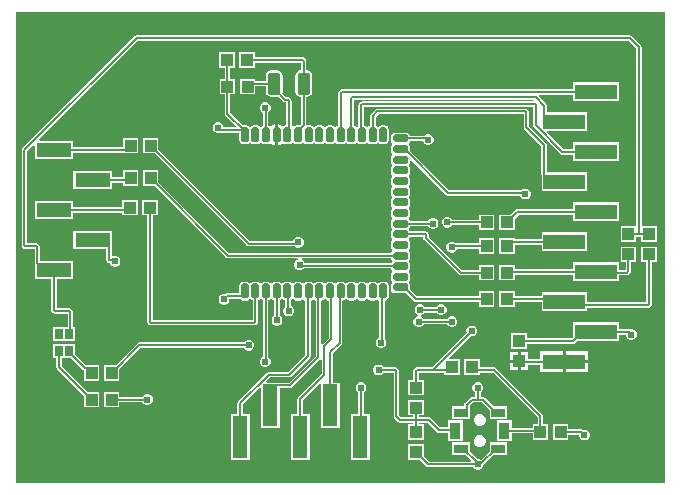
<source format=gtl>
G04*
G04 #@! TF.GenerationSoftware,Altium Limited,Altium Designer,22.9.1 (49)*
G04*
G04 Layer_Physical_Order=1*
G04 Layer_Color=255*
%FSLAX44Y44*%
%MOMM*%
G71*
G04*
G04 #@! TF.SameCoordinates,EB67C6D0-91D5-4CF3-8B5F-14A5E2A69FE3*
G04*
G04*
G04 #@! TF.FilePolarity,Positive*
G04*
G01*
G75*
G04:AMPARAMS|DCode=11|XSize=1.27mm|YSize=0.61mm|CornerRadius=0.1525mm|HoleSize=0mm|Usage=FLASHONLY|Rotation=270.000|XOffset=0mm|YOffset=0mm|HoleType=Round|Shape=RoundedRectangle|*
%AMROUNDEDRECTD11*
21,1,1.2700,0.3050,0,0,270.0*
21,1,0.9650,0.6100,0,0,270.0*
1,1,0.3050,-0.1525,-0.4825*
1,1,0.3050,-0.1525,0.4825*
1,1,0.3050,0.1525,0.4825*
1,1,0.3050,0.1525,-0.4825*
%
%ADD11ROUNDEDRECTD11*%
G04:AMPARAMS|DCode=12|XSize=1.27mm|YSize=0.61mm|CornerRadius=0.1525mm|HoleSize=0mm|Usage=FLASHONLY|Rotation=0.000|XOffset=0mm|YOffset=0mm|HoleType=Round|Shape=RoundedRectangle|*
%AMROUNDEDRECTD12*
21,1,1.2700,0.3050,0,0,0.0*
21,1,0.9650,0.6100,0,0,0.0*
1,1,0.3050,0.4825,-0.1525*
1,1,0.3050,-0.4825,-0.1525*
1,1,0.3050,-0.4825,0.1525*
1,1,0.3050,0.4825,0.1525*
%
%ADD12ROUNDEDRECTD12*%
%ADD13R,1.0000X1.0000*%
%ADD14R,1.0000X1.0000*%
%ADD15R,3.5600X1.2700*%
%ADD16R,3.5600X1.2700*%
%ADD17R,0.9500X1.4000*%
%ADD18R,1.1500X0.7500*%
%ADD19R,1.2700X3.5600*%
%ADD20R,1.2700X3.5600*%
G04:AMPARAMS|DCode=21|XSize=1.1mm|YSize=1.9mm|CornerRadius=0.275mm|HoleSize=0mm|Usage=FLASHONLY|Rotation=0.000|XOffset=0mm|YOffset=0mm|HoleType=Round|Shape=RoundedRectangle|*
%AMROUNDEDRECTD21*
21,1,1.1000,1.3500,0,0,0.0*
21,1,0.5500,1.9000,0,0,0.0*
1,1,0.5500,0.2750,-0.6750*
1,1,0.5500,-0.2750,-0.6750*
1,1,0.5500,-0.2750,0.6750*
1,1,0.5500,0.2750,0.6750*
%
%ADD21ROUNDEDRECTD21*%
%ADD22R,2.9600X1.2700*%
%ADD23R,0.6500X0.8500*%
%ADD38C,0.1524*%
%ADD39C,0.6096*%
G36*
X808356Y259144D02*
X259144D01*
Y658356D01*
X808356D01*
Y259144D01*
D02*
G37*
%LPC*%
G36*
X461024Y624024D02*
X447976D01*
Y610976D01*
X461024D01*
Y615169D01*
X500169D01*
Y608608D01*
X499750D01*
X498082Y608276D01*
X496669Y607331D01*
X495724Y605918D01*
X495392Y604250D01*
Y590750D01*
X495724Y589082D01*
X496669Y587669D01*
X498082Y586724D01*
X499750Y586392D01*
X500169D01*
Y563166D01*
X499087Y562084D01*
X496225D01*
X495035Y561847D01*
X494027Y561173D01*
X492938Y561760D01*
X492331Y562359D01*
Y583107D01*
X492153Y583999D01*
X491648Y584755D01*
X490755Y585648D01*
X489999Y586153D01*
X489107Y586331D01*
X487966D01*
X484432Y589865D01*
X484608Y590750D01*
Y604250D01*
X484276Y605918D01*
X483331Y607331D01*
X481918Y608276D01*
X480250Y608608D01*
X474750D01*
X473082Y608276D01*
X471669Y607331D01*
X470724Y605918D01*
X470392Y604250D01*
Y599831D01*
X461524D01*
Y601524D01*
X448476D01*
Y588476D01*
X461524D01*
Y595169D01*
X470392D01*
Y590750D01*
X470724Y589082D01*
X471669Y587669D01*
X473082Y586724D01*
X474750Y586392D01*
X480250D01*
X481135Y586568D01*
X485352Y582352D01*
X486108Y581847D01*
X487000Y581669D01*
X487669D01*
Y562084D01*
X487225D01*
X486035Y561847D01*
X485027Y561173D01*
X484132Y561879D01*
X484106Y561906D01*
X484106Y561906D01*
X482761Y562804D01*
X481175Y563120D01*
X480920D01*
Y554150D01*
Y545180D01*
X481175D01*
X482761Y545496D01*
X484106Y546394D01*
X484106Y546394D01*
X484132Y546421D01*
X485027Y547127D01*
X486035Y546453D01*
X487225Y546216D01*
X490275D01*
X491465Y546453D01*
X492473Y547127D01*
X492486Y547146D01*
X494014D01*
X494027Y547127D01*
X495035Y546453D01*
X496225Y546216D01*
X499275D01*
X500465Y546453D01*
X501473Y547127D01*
X501486Y547146D01*
X503014D01*
X503027Y547127D01*
X504035Y546453D01*
X505225Y546216D01*
X508275D01*
X509465Y546453D01*
X510473Y547127D01*
X510486Y547146D01*
X512014D01*
X512027Y547127D01*
X513035Y546453D01*
X514225Y546216D01*
X517275D01*
X518465Y546453D01*
X519473Y547127D01*
X519486Y547146D01*
X521014D01*
X521027Y547127D01*
X522035Y546453D01*
X523225Y546216D01*
X526275D01*
X527465Y546453D01*
X528473Y547127D01*
X528486Y547146D01*
X530014D01*
X530027Y547127D01*
X531035Y546453D01*
X532225Y546216D01*
X535275D01*
X536465Y546453D01*
X537473Y547127D01*
X537536Y547221D01*
X539064D01*
X539127Y547127D01*
X540135Y546453D01*
X541325Y546216D01*
X544375D01*
X545565Y546453D01*
X546573Y547127D01*
X546586Y547146D01*
X548114D01*
X548127Y547127D01*
X549135Y546453D01*
X550325Y546216D01*
X553375D01*
X554565Y546453D01*
X555573Y547127D01*
X555586Y547146D01*
X557114D01*
X557127Y547127D01*
X558135Y546453D01*
X559325Y546216D01*
X562375D01*
X563565Y546453D01*
X564573Y547127D01*
X564586Y547146D01*
X566114D01*
X566127Y547127D01*
X567135Y546453D01*
X568325Y546216D01*
X571375D01*
X572565Y546453D01*
X573573Y547127D01*
X574247Y548135D01*
X574484Y549325D01*
Y558975D01*
X574247Y560165D01*
X573573Y561173D01*
X572565Y561847D01*
X571375Y562084D01*
X568325D01*
X567135Y561847D01*
X566127Y561173D01*
X566114Y561154D01*
X564586D01*
X564573Y561173D01*
X563565Y561847D01*
X563331Y561894D01*
Y569035D01*
X565965Y571669D01*
X688669D01*
Y561000D01*
X688847Y560108D01*
X689352Y559352D01*
X703871Y544832D01*
Y519938D01*
X703916Y519713D01*
Y506476D01*
X742564D01*
Y522224D01*
X708533D01*
Y545798D01*
X708355Y546690D01*
X707850Y547446D01*
X693331Y561965D01*
Y573107D01*
X693153Y573999D01*
X692648Y574755D01*
X691755Y575648D01*
X690999Y576153D01*
X690107Y576331D01*
X565000D01*
X564108Y576153D01*
X563352Y575648D01*
X559352Y571648D01*
X558847Y570892D01*
X558669Y570000D01*
Y561953D01*
X558135Y561847D01*
X557127Y561173D01*
X557114Y561154D01*
X555586D01*
X555573Y561173D01*
X554565Y561847D01*
X553438Y562071D01*
Y577669D01*
X696669D01*
Y562007D01*
X696847Y561115D01*
X697352Y560359D01*
X719609Y538102D01*
X720365Y537597D01*
X721257Y537419D01*
X730616D01*
Y531876D01*
X769264D01*
Y547624D01*
X730616D01*
Y542081D01*
X722223D01*
X708201Y556103D01*
X708687Y557276D01*
X742564D01*
Y573024D01*
X708533D01*
Y578798D01*
X708355Y579690D01*
X707850Y580446D01*
X701347Y586949D01*
X701873Y588219D01*
X730616D01*
Y582676D01*
X769264D01*
Y598424D01*
X730616D01*
Y592881D01*
X534893D01*
X534001Y592703D01*
X533245Y592198D01*
X532352Y591305D01*
X531847Y590549D01*
X531669Y589657D01*
Y561973D01*
X531035Y561847D01*
X530027Y561173D01*
X530014Y561154D01*
X528486D01*
X528473Y561173D01*
X527465Y561847D01*
X526275Y562084D01*
X523225D01*
X522035Y561847D01*
X521027Y561173D01*
X521014Y561154D01*
X519486D01*
X519473Y561173D01*
X518465Y561847D01*
X517275Y562084D01*
X514225D01*
X513035Y561847D01*
X512027Y561173D01*
X512014Y561154D01*
X510486D01*
X510473Y561173D01*
X509465Y561847D01*
X508275Y562084D01*
X506050D01*
X505199Y562165D01*
X504831Y563300D01*
Y586392D01*
X505250D01*
X506918Y586724D01*
X508331Y587669D01*
X509276Y589082D01*
X509608Y590750D01*
Y604250D01*
X509276Y605918D01*
X508331Y607331D01*
X506918Y608276D01*
X505250Y608608D01*
X504831D01*
Y616500D01*
X504653Y617392D01*
X504148Y618148D01*
X503148Y619148D01*
X502392Y619653D01*
X501500Y619831D01*
X461024D01*
Y624024D01*
D02*
G37*
G36*
X444024D02*
X430976D01*
Y610976D01*
X435669D01*
Y601524D01*
X431476D01*
Y588476D01*
X435669D01*
Y572100D01*
X435847Y571208D01*
X436352Y570452D01*
X445087Y561717D01*
X444601Y560544D01*
X434572D01*
Y560909D01*
X433876Y562590D01*
X432590Y563876D01*
X430909Y564572D01*
X429091D01*
X427410Y563876D01*
X426124Y562590D01*
X425428Y560909D01*
Y559091D01*
X426124Y557410D01*
X427410Y556124D01*
X429091Y555428D01*
X430909D01*
X432006Y555882D01*
X448016D01*
Y549325D01*
X448253Y548135D01*
X448927Y547127D01*
X449935Y546453D01*
X451125Y546216D01*
X454175D01*
X455365Y546453D01*
X456373Y547127D01*
X456386Y547146D01*
X457914D01*
X457927Y547127D01*
X458935Y546453D01*
X460125Y546216D01*
X463175D01*
X464365Y546453D01*
X465373Y547127D01*
X465386Y547146D01*
X466914D01*
X466927Y547127D01*
X467935Y546453D01*
X469125Y546216D01*
X472175D01*
X473365Y546453D01*
X474373Y547127D01*
X475161Y546442D01*
X475193Y546396D01*
X475194Y546394D01*
X476539Y545496D01*
X478125Y545180D01*
X478380D01*
Y554150D01*
Y563120D01*
X478125D01*
X476539Y562804D01*
X475194Y561906D01*
X475193Y561904D01*
X475161Y561858D01*
X474373Y561173D01*
X473365Y561847D01*
X472683Y561983D01*
Y573110D01*
X473930Y574357D01*
X474626Y576037D01*
Y577856D01*
X473930Y579536D01*
X472644Y580822D01*
X470963Y581518D01*
X469144D01*
X467464Y580822D01*
X466178Y579536D01*
X465482Y577856D01*
Y576037D01*
X466178Y574357D01*
X467464Y573070D01*
X468021Y572840D01*
Y561864D01*
X467935Y561847D01*
X466927Y561173D01*
X466914Y561154D01*
X465386D01*
X465373Y561173D01*
X464365Y561847D01*
X463175Y562084D01*
X460125D01*
X458935Y561847D01*
X457927Y561173D01*
X457914Y561154D01*
X456386D01*
X456373Y561173D01*
X455365Y561847D01*
X454175Y562084D01*
X451312D01*
X440331Y573065D01*
Y588476D01*
X444524D01*
Y601524D01*
X440331D01*
Y610976D01*
X444024D01*
Y624024D01*
D02*
G37*
G36*
X589375Y555684D02*
X579725D01*
X578535Y555447D01*
X577527Y554773D01*
X576853Y553765D01*
X576616Y552575D01*
Y549525D01*
X576853Y548335D01*
X577527Y547327D01*
X577546Y547314D01*
Y545786D01*
X577527Y545773D01*
X576853Y544765D01*
X576616Y543575D01*
Y540525D01*
X576853Y539335D01*
X577527Y538327D01*
X577546Y538314D01*
Y536786D01*
X577527Y536773D01*
X576853Y535765D01*
X576616Y534575D01*
Y531525D01*
X576853Y530335D01*
X577527Y529327D01*
X577546Y529314D01*
Y527786D01*
X577527Y527773D01*
X576853Y526765D01*
X576616Y525575D01*
Y522525D01*
X576853Y521335D01*
X577527Y520327D01*
X577546Y520314D01*
Y518786D01*
X577527Y518773D01*
X576853Y517765D01*
X576616Y516575D01*
Y513525D01*
X576853Y512335D01*
X577527Y511327D01*
X577621Y511264D01*
Y509736D01*
X577527Y509673D01*
X576853Y508665D01*
X576616Y507475D01*
Y504425D01*
X576853Y503235D01*
X577527Y502227D01*
X577546Y502214D01*
Y500686D01*
X577527Y500673D01*
X576853Y499665D01*
X576616Y498475D01*
Y495425D01*
X576853Y494235D01*
X577527Y493227D01*
X577546Y493214D01*
Y491686D01*
X577527Y491673D01*
X576853Y490665D01*
X576616Y489475D01*
Y486425D01*
X576853Y485235D01*
X577527Y484227D01*
X577546Y484214D01*
Y482686D01*
X577527Y482673D01*
X576853Y481665D01*
X576616Y480475D01*
Y477425D01*
X576853Y476235D01*
X577527Y475227D01*
X577546Y475214D01*
Y473686D01*
X577527Y473673D01*
X576853Y472665D01*
X576616Y471475D01*
Y468425D01*
X576853Y467235D01*
X577527Y466227D01*
X577546Y466214D01*
Y464686D01*
X577527Y464673D01*
X576853Y463665D01*
X576616Y462475D01*
Y459425D01*
X576853Y458235D01*
X577527Y457227D01*
X577621Y457164D01*
Y455636D01*
X577527Y455573D01*
X576853Y454565D01*
X576777Y454181D01*
X439615D01*
X379524Y514272D01*
Y524024D01*
X366476D01*
Y510976D01*
X376228D01*
X437002Y450202D01*
X437758Y449697D01*
X438650Y449519D01*
X497059D01*
X497311Y448249D01*
X496410Y447876D01*
X495124Y446590D01*
X494428Y444909D01*
Y443091D01*
X495124Y441410D01*
X496410Y440124D01*
X498091Y439428D01*
X499909D01*
X501590Y440124D01*
X502560Y441094D01*
X576662D01*
X576853Y440135D01*
X577527Y439127D01*
X577546Y439114D01*
Y437586D01*
X577527Y437573D01*
X576853Y436565D01*
X576616Y435375D01*
Y432325D01*
X576853Y431135D01*
X577527Y430127D01*
X577546Y430114D01*
Y428586D01*
X577527Y428573D01*
X576853Y427565D01*
X576616Y426375D01*
Y423325D01*
X576853Y422135D01*
X577527Y421127D01*
X578535Y420453D01*
X579725Y420216D01*
X589188D01*
X596052Y413352D01*
X596808Y412847D01*
X597700Y412669D01*
X650976D01*
Y408476D01*
X664024D01*
Y421524D01*
X650976D01*
Y417331D01*
X598665D01*
X592484Y423512D01*
Y426375D01*
X592247Y427565D01*
X591573Y428573D01*
X591554Y428586D01*
Y430114D01*
X591573Y430127D01*
X592247Y431135D01*
X592484Y432325D01*
Y435375D01*
X592247Y436565D01*
X591573Y437573D01*
X591554Y437586D01*
Y439114D01*
X591573Y439127D01*
X592247Y440135D01*
X592484Y441325D01*
Y444375D01*
X592247Y445565D01*
X591573Y446573D01*
X591554Y446586D01*
Y448114D01*
X591573Y448127D01*
X592247Y449135D01*
X592484Y450325D01*
Y453375D01*
X592247Y454565D01*
X591573Y455573D01*
X591479Y455636D01*
Y457164D01*
X591573Y457227D01*
X592247Y458235D01*
X592484Y459425D01*
Y462475D01*
X592247Y463665D01*
X591573Y464673D01*
X591554Y464686D01*
Y466214D01*
X591573Y466227D01*
X592247Y467235D01*
X592333Y467669D01*
X603669D01*
Y467000D01*
X603847Y466108D01*
X604352Y465352D01*
X633852Y435852D01*
X634608Y435347D01*
X635500Y435169D01*
X650976D01*
Y430976D01*
X664024D01*
Y444024D01*
X650976D01*
Y439831D01*
X636465D01*
X608331Y467965D01*
Y470000D01*
X608153Y470892D01*
X607648Y471648D01*
X606892Y472153D01*
X606000Y472331D01*
X592313D01*
X592247Y472665D01*
X591573Y473673D01*
X591554Y473686D01*
Y475214D01*
X591573Y475227D01*
X592247Y476235D01*
X592328Y476644D01*
X608027D01*
X608124Y476410D01*
X609410Y475124D01*
X611091Y474428D01*
X612909D01*
X614590Y475124D01*
X615876Y476410D01*
X616572Y478091D01*
Y479909D01*
X615876Y481590D01*
X614590Y482876D01*
X612909Y483572D01*
X611091D01*
X609410Y482876D01*
X608124Y481590D01*
X608006Y481306D01*
X592318D01*
X592247Y481665D01*
X591573Y482673D01*
X591554Y482686D01*
Y484214D01*
X591573Y484227D01*
X592247Y485235D01*
X592484Y486425D01*
Y489475D01*
X592247Y490665D01*
X591573Y491673D01*
X591554Y491686D01*
Y493214D01*
X591573Y493227D01*
X592247Y494235D01*
X592484Y495425D01*
Y498475D01*
X592247Y499665D01*
X591573Y500673D01*
X591554Y500686D01*
Y502214D01*
X591573Y502227D01*
X592247Y503235D01*
X592484Y504425D01*
Y507475D01*
X592247Y508665D01*
X591573Y509673D01*
X591479Y509736D01*
Y511264D01*
X591573Y511327D01*
X592247Y512335D01*
X592484Y513525D01*
Y516575D01*
X592247Y517765D01*
X591573Y518773D01*
X591554Y518786D01*
Y520314D01*
X591573Y520327D01*
X592247Y521335D01*
X592484Y522525D01*
Y525575D01*
X592247Y526765D01*
X591573Y527773D01*
X591554Y527786D01*
Y529314D01*
X591573Y529327D01*
X592247Y530335D01*
X592484Y531525D01*
Y532461D01*
X593657Y532947D01*
X623252Y503352D01*
X624008Y502847D01*
X624900Y502669D01*
X685602D01*
X686124Y501410D01*
X687410Y500124D01*
X689091Y499428D01*
X690909D01*
X692590Y500124D01*
X693876Y501410D01*
X694572Y503091D01*
Y504909D01*
X693876Y506590D01*
X692590Y507876D01*
X690909Y508572D01*
X689091D01*
X687410Y507876D01*
X686865Y507331D01*
X625865D01*
X592484Y540713D01*
Y543575D01*
X592247Y544765D01*
X591573Y545773D01*
X591554Y545786D01*
Y547314D01*
X591573Y547327D01*
X592247Y548335D01*
X592323Y548719D01*
X603482D01*
X604024Y547410D01*
X605310Y546124D01*
X606991Y545428D01*
X608809D01*
X610490Y546124D01*
X611776Y547410D01*
X612472Y549091D01*
Y550909D01*
X611776Y552590D01*
X610490Y553876D01*
X608809Y554572D01*
X606991D01*
X605310Y553876D01*
X604815Y553381D01*
X592323D01*
X592247Y553765D01*
X591573Y554773D01*
X590565Y555447D01*
X589375Y555684D01*
D02*
G37*
G36*
X362524Y524024D02*
X349476D01*
Y518231D01*
X340124D01*
Y523774D01*
X307476D01*
Y508026D01*
X340124D01*
Y513569D01*
X349476D01*
Y510976D01*
X362524D01*
Y524024D01*
D02*
G37*
G36*
X362024Y499024D02*
X348976D01*
Y492831D01*
X307324D01*
Y498374D01*
X274676D01*
Y482626D01*
X307324D01*
Y488169D01*
X348976D01*
Y485976D01*
X362024D01*
Y499024D01*
D02*
G37*
G36*
X664024Y486524D02*
X650976D01*
Y482331D01*
X627983D01*
X627876Y482590D01*
X626590Y483876D01*
X624909Y484572D01*
X623091D01*
X621410Y483876D01*
X620124Y482590D01*
X619428Y480909D01*
Y479091D01*
X620124Y477410D01*
X621410Y476124D01*
X623091Y475428D01*
X624909D01*
X626590Y476124D01*
X627876Y477410D01*
X627983Y477669D01*
X650976D01*
Y473476D01*
X664024D01*
Y486524D01*
D02*
G37*
G36*
X769264Y496824D02*
X730616D01*
Y491281D01*
X683450D01*
X682558Y491103D01*
X681802Y490598D01*
X677728Y486524D01*
X667976D01*
Y473476D01*
X681024D01*
Y483228D01*
X684415Y486619D01*
X730616D01*
Y481076D01*
X769264D01*
Y496824D01*
D02*
G37*
G36*
X742564Y471424D02*
X703916D01*
Y465881D01*
X681024D01*
Y466524D01*
X667976D01*
Y453476D01*
X681024D01*
Y461219D01*
X703916D01*
Y455676D01*
X742564D01*
Y471424D01*
D02*
G37*
G36*
X779000Y638331D02*
X361000D01*
X360108Y638153D01*
X359352Y637648D01*
X264352Y542648D01*
X263847Y541892D01*
X263669Y541000D01*
Y460893D01*
X263847Y460001D01*
X264352Y459245D01*
X265245Y458352D01*
X266001Y457847D01*
X266893Y457669D01*
X274669D01*
Y445288D01*
X274676Y445254D01*
Y431826D01*
X288669D01*
Y405893D01*
X288847Y405001D01*
X289352Y404245D01*
X290245Y403352D01*
X291001Y402847D01*
X291893Y402669D01*
X302669D01*
Y391484D01*
X290696D01*
Y379936D01*
X308744D01*
Y391484D01*
X307331D01*
Y404107D01*
X307153Y404999D01*
X306648Y405755D01*
X305755Y406648D01*
X304999Y407153D01*
X304107Y407331D01*
X293331D01*
Y431826D01*
X307324D01*
Y447574D01*
X279331D01*
Y459107D01*
X279153Y459999D01*
X278648Y460755D01*
X277755Y461648D01*
X276999Y462153D01*
X276107Y462331D01*
X268331D01*
Y540035D01*
X273503Y545206D01*
X274676Y544720D01*
Y533426D01*
X307324D01*
Y538969D01*
X349476D01*
Y538476D01*
X362524D01*
Y551524D01*
X349476D01*
Y543631D01*
X307324D01*
Y549174D01*
X279130D01*
X278643Y550347D01*
X361965Y633669D01*
X778035D01*
X783919Y627785D01*
Y476524D01*
X770976D01*
Y463476D01*
X784024D01*
Y467669D01*
X788476D01*
Y463476D01*
X801524D01*
Y476524D01*
X788581D01*
Y628750D01*
X788403Y629642D01*
X787898Y630398D01*
X780648Y637648D01*
X779892Y638153D01*
X779000Y638331D01*
D02*
G37*
G36*
X664024Y466524D02*
X650976D01*
Y462331D01*
X631135D01*
X630590Y462876D01*
X628909Y463572D01*
X627091D01*
X625410Y462876D01*
X624124Y461590D01*
X623428Y459909D01*
Y458091D01*
X624124Y456410D01*
X625410Y455124D01*
X627091Y454428D01*
X628909D01*
X630590Y455124D01*
X631876Y456410D01*
X632397Y457669D01*
X650976D01*
Y453476D01*
X664024D01*
Y466524D01*
D02*
G37*
G36*
X379524Y551524D02*
X366476D01*
Y538476D01*
X376228D01*
X454352Y460352D01*
X455108Y459847D01*
X456000Y459669D01*
X494865D01*
X495410Y459124D01*
X497091Y458428D01*
X498909D01*
X500590Y459124D01*
X501876Y460410D01*
X502572Y462091D01*
Y463909D01*
X501876Y465590D01*
X500590Y466876D01*
X498909Y467572D01*
X497091D01*
X495410Y466876D01*
X494124Y465590D01*
X493602Y464331D01*
X456965D01*
X379524Y541772D01*
Y551524D01*
D02*
G37*
G36*
X340124Y472974D02*
X307476D01*
Y457226D01*
X335507D01*
Y448055D01*
X335685Y447163D01*
X336190Y446407D01*
X336208Y446389D01*
X336964Y445883D01*
X337856Y445706D01*
X338492D01*
X338962Y444572D01*
X340248Y443286D01*
X341929Y442590D01*
X343747D01*
X345428Y443286D01*
X346714Y444572D01*
X347410Y446253D01*
Y448071D01*
X346714Y449752D01*
X345428Y451038D01*
X343747Y451734D01*
X341929D01*
X341439Y451531D01*
X340169Y452380D01*
Y459512D01*
X340124Y459737D01*
Y472974D01*
D02*
G37*
G36*
X784024Y459524D02*
X770976D01*
Y446476D01*
X775169D01*
Y439831D01*
X769264D01*
Y446024D01*
X730616D01*
Y440481D01*
X681024D01*
Y444024D01*
X667976D01*
Y430976D01*
X681024D01*
Y435819D01*
X730616D01*
Y430276D01*
X769264D01*
Y435169D01*
X776607D01*
X777499Y435347D01*
X778255Y435852D01*
X779148Y436745D01*
X779653Y437501D01*
X779831Y438393D01*
Y446476D01*
X784024D01*
Y459524D01*
D02*
G37*
G36*
X801524D02*
X788476D01*
Y446476D01*
X792669D01*
Y412331D01*
X742564D01*
Y420624D01*
X703916D01*
Y417331D01*
X681024D01*
Y421524D01*
X667976D01*
Y408476D01*
X681024D01*
Y412669D01*
X703916D01*
Y404876D01*
X742564D01*
Y407669D01*
X794107D01*
X794999Y407847D01*
X795755Y408352D01*
X796648Y409245D01*
X797153Y410001D01*
X797331Y410893D01*
Y446476D01*
X801524D01*
Y459524D01*
D02*
G37*
G36*
X619909Y410572D02*
X618091D01*
X616410Y409876D01*
X615124Y408590D01*
X615017Y408331D01*
X604983D01*
X604876Y408590D01*
X603590Y409876D01*
X601909Y410572D01*
X600091D01*
X598410Y409876D01*
X597124Y408590D01*
X596428Y406909D01*
Y405091D01*
X597124Y403410D01*
X598410Y402124D01*
X599091Y401842D01*
X599091Y400949D01*
X598965Y400520D01*
X597410Y399876D01*
X596124Y398590D01*
X595428Y396909D01*
Y395091D01*
X596124Y393410D01*
X597410Y392124D01*
X599091Y391428D01*
X600909D01*
X602590Y392124D01*
X603876Y393410D01*
X603983Y393669D01*
X624017D01*
X624124Y393410D01*
X625410Y392124D01*
X627091Y391428D01*
X628909D01*
X630590Y392124D01*
X631876Y393410D01*
X632572Y395091D01*
Y396909D01*
X631876Y398590D01*
X630590Y399876D01*
X628909Y400572D01*
X627091D01*
X625410Y399876D01*
X624124Y398590D01*
X624017Y398331D01*
X603983D01*
X603876Y398590D01*
X602590Y399876D01*
X601909Y400158D01*
X601909Y401051D01*
X602035Y401480D01*
X603590Y402124D01*
X604876Y403410D01*
X604983Y403669D01*
X615017D01*
X615124Y403410D01*
X616410Y402124D01*
X618091Y401428D01*
X619909D01*
X621590Y402124D01*
X622876Y403410D01*
X623572Y405091D01*
Y406909D01*
X622876Y408590D01*
X621590Y409876D01*
X619909Y410572D01*
D02*
G37*
G36*
X645856Y392572D02*
X644037D01*
X642357Y391876D01*
X641070Y390590D01*
X640374Y388909D01*
Y387091D01*
X640482Y386832D01*
X610981Y357331D01*
X598393D01*
X597501Y357153D01*
X596745Y356648D01*
X595852Y355755D01*
X595347Y354999D01*
X595169Y354107D01*
Y346524D01*
X590976D01*
Y333476D01*
X604024D01*
Y346524D01*
X599831D01*
Y352669D01*
X621476D01*
Y350976D01*
X634524D01*
Y364024D01*
X625926D01*
X625440Y365197D01*
X643778Y383535D01*
X644037Y383428D01*
X645856D01*
X647536Y384124D01*
X648822Y385410D01*
X649518Y387091D01*
Y388909D01*
X648822Y390590D01*
X647536Y391876D01*
X645856Y392572D01*
D02*
G37*
G36*
X769264Y395224D02*
X730616D01*
Y382772D01*
X729675Y381831D01*
X691524D01*
Y386024D01*
X678476D01*
Y372976D01*
X691524D01*
Y377169D01*
X730640D01*
X731532Y377347D01*
X732288Y377852D01*
X733912Y379476D01*
X769264D01*
Y385019D01*
X775428D01*
Y384091D01*
X776124Y382410D01*
X777410Y381124D01*
X779091Y380428D01*
X780909D01*
X782590Y381124D01*
X783876Y382410D01*
X784572Y384091D01*
Y385909D01*
X783876Y387590D01*
X782590Y388876D01*
X780909Y389572D01*
X779091D01*
X778689Y389405D01*
X778542Y389503D01*
X777650Y389681D01*
X769264D01*
Y395224D01*
D02*
G37*
G36*
X379024Y499024D02*
X365976D01*
Y485976D01*
X370169D01*
Y395893D01*
X370347Y395001D01*
X370852Y394245D01*
X371745Y393352D01*
X372501Y392847D01*
X373393Y392669D01*
X460757D01*
X461649Y392847D01*
X462405Y393352D01*
X463298Y394245D01*
X463803Y395001D01*
X463981Y395893D01*
Y413977D01*
X464365Y414053D01*
X465373Y414727D01*
X465386Y414746D01*
X466914D01*
X466927Y414727D01*
X467935Y414053D01*
X467994Y414041D01*
Y366118D01*
X467410Y365876D01*
X466124Y364590D01*
X465428Y362909D01*
Y361091D01*
X466124Y359410D01*
X467410Y358124D01*
X469091Y357428D01*
X470909D01*
X472590Y358124D01*
X473876Y359410D01*
X474572Y361091D01*
Y362909D01*
X473876Y364590D01*
X472656Y365810D01*
Y413912D01*
X473365Y414053D01*
X474373Y414727D01*
X474386Y414746D01*
X475914D01*
X475927Y414727D01*
X476935Y414053D01*
X477494Y413942D01*
Y400911D01*
X477410Y400876D01*
X476124Y399590D01*
X475428Y397909D01*
Y396091D01*
X476124Y394410D01*
X477410Y393124D01*
X479091Y392428D01*
X480909D01*
X482590Y393124D01*
X483876Y394410D01*
X484572Y396091D01*
Y397909D01*
X483876Y399590D01*
X482590Y400876D01*
X482156Y401056D01*
Y414011D01*
X482365Y414053D01*
X483373Y414727D01*
X483436Y414821D01*
X484964D01*
X485027Y414727D01*
X486035Y414053D01*
X487044Y413852D01*
Y408510D01*
X486124Y407590D01*
X485428Y405909D01*
Y404091D01*
X486124Y402410D01*
X487410Y401124D01*
X489091Y400428D01*
X490909D01*
X492590Y401124D01*
X493876Y402410D01*
X494572Y404091D01*
Y405909D01*
X493876Y407590D01*
X492590Y408876D01*
X491706Y409242D01*
Y414214D01*
X492473Y414727D01*
X492486Y414746D01*
X494014D01*
X494027Y414727D01*
X495035Y414053D01*
X496225Y413816D01*
X499275D01*
X500465Y414053D01*
X501473Y414727D01*
X502668Y414670D01*
X503669Y413748D01*
Y367965D01*
X489035Y353331D01*
X472817D01*
X471925Y353153D01*
X471169Y352648D01*
X447152Y328631D01*
X446647Y327875D01*
X446469Y326983D01*
Y317624D01*
X440926D01*
Y278976D01*
X456674D01*
Y317624D01*
X451131D01*
Y326017D01*
X465153Y340039D01*
X466326Y339553D01*
Y305676D01*
X482074D01*
Y339707D01*
X491038D01*
X491930Y339885D01*
X492686Y340390D01*
X516399Y364103D01*
X517376Y363832D01*
X517669Y363623D01*
Y351965D01*
X497952Y332248D01*
X497447Y331492D01*
X497269Y330600D01*
Y317624D01*
X491726D01*
Y278976D01*
X507474D01*
Y317624D01*
X501931D01*
Y329635D01*
X515856Y343560D01*
X517126Y343034D01*
Y305676D01*
X532874D01*
Y344324D01*
X527331D01*
Y369035D01*
X534648Y376352D01*
X535153Y377108D01*
X535331Y378000D01*
Y413827D01*
X536465Y414053D01*
X537473Y414727D01*
X537536Y414821D01*
X539064D01*
X539127Y414727D01*
X540135Y414053D01*
X541325Y413816D01*
X544375D01*
X545565Y414053D01*
X546573Y414727D01*
X546586Y414746D01*
X548114D01*
X548127Y414727D01*
X549135Y414053D01*
X550325Y413816D01*
X553375D01*
X554565Y414053D01*
X555573Y414727D01*
X555586Y414746D01*
X557114D01*
X557127Y414727D01*
X558135Y414053D01*
X559325Y413816D01*
X562375D01*
X563565Y414053D01*
X564573Y414727D01*
X565721Y414438D01*
X566544Y413655D01*
Y382346D01*
X565410Y381876D01*
X564124Y380590D01*
X563428Y378909D01*
Y377091D01*
X564124Y375410D01*
X565410Y374124D01*
X567091Y373428D01*
X568909D01*
X570590Y374124D01*
X571876Y375410D01*
X572572Y377091D01*
Y378909D01*
X571876Y380590D01*
X571206Y381260D01*
Y413816D01*
X571375D01*
X572565Y414053D01*
X573573Y414727D01*
X574247Y415735D01*
X574484Y416925D01*
Y426575D01*
X574247Y427765D01*
X573573Y428773D01*
X572565Y429447D01*
X571375Y429684D01*
X568325D01*
X567135Y429447D01*
X566127Y428773D01*
X566114Y428754D01*
X564586D01*
X564573Y428773D01*
X563565Y429447D01*
X562375Y429684D01*
X559325D01*
X558135Y429447D01*
X557127Y428773D01*
X557114Y428754D01*
X555586D01*
X555573Y428773D01*
X554565Y429447D01*
X553375Y429684D01*
X550325D01*
X549135Y429447D01*
X548127Y428773D01*
X548114Y428754D01*
X546586D01*
X546573Y428773D01*
X545565Y429447D01*
X544375Y429684D01*
X541325D01*
X540135Y429447D01*
X539127Y428773D01*
X539064Y428679D01*
X537536D01*
X537473Y428773D01*
X536465Y429447D01*
X535275Y429684D01*
X532225D01*
X531035Y429447D01*
X530027Y428773D01*
X530014Y428754D01*
X528486D01*
X528473Y428773D01*
X527465Y429447D01*
X526275Y429684D01*
X523225D01*
X522035Y429447D01*
X521027Y428773D01*
X521014Y428754D01*
X519486D01*
X519473Y428773D01*
X518465Y429447D01*
X517275Y429684D01*
X514225D01*
X513035Y429447D01*
X512027Y428773D01*
X512014Y428754D01*
X510486D01*
X510473Y428773D01*
X509465Y429447D01*
X508275Y429684D01*
X505225D01*
X504035Y429447D01*
X503027Y428773D01*
X503014Y428754D01*
X501486D01*
X501473Y428773D01*
X500465Y429447D01*
X499275Y429684D01*
X496225D01*
X495035Y429447D01*
X494027Y428773D01*
X494014Y428754D01*
X492486D01*
X492473Y428773D01*
X491465Y429447D01*
X490275Y429684D01*
X487225D01*
X486035Y429447D01*
X485027Y428773D01*
X484964Y428679D01*
X483436D01*
X483373Y428773D01*
X482365Y429447D01*
X481175Y429684D01*
X478125D01*
X476935Y429447D01*
X475927Y428773D01*
X475914Y428754D01*
X474386D01*
X474373Y428773D01*
X473365Y429447D01*
X472175Y429684D01*
X469125D01*
X467935Y429447D01*
X466927Y428773D01*
X466914Y428754D01*
X465386D01*
X465373Y428773D01*
X464365Y429447D01*
X463175Y429684D01*
X460125D01*
X458935Y429447D01*
X457927Y428773D01*
X457914Y428754D01*
X456386D01*
X456373Y428773D01*
X455365Y429447D01*
X454175Y429684D01*
X451125D01*
X449935Y429447D01*
X448927Y428773D01*
X448253Y427765D01*
X448016Y426575D01*
Y420018D01*
X437687D01*
X436795Y419840D01*
X436208Y419448D01*
X435909Y419572D01*
X434091D01*
X432410Y418876D01*
X431124Y417590D01*
X430428Y415909D01*
Y414091D01*
X431124Y412410D01*
X432410Y411124D01*
X434091Y410428D01*
X435909D01*
X437590Y411124D01*
X438876Y412410D01*
X439572Y414091D01*
Y415356D01*
X448506D01*
X448927Y414727D01*
X449935Y414053D01*
X451125Y413816D01*
X454175D01*
X455365Y414053D01*
X456373Y414727D01*
X456386Y414746D01*
X457914D01*
X457927Y414727D01*
X458935Y414053D01*
X459319Y413977D01*
Y397331D01*
X374831D01*
Y485976D01*
X379024D01*
Y499024D01*
D02*
G37*
G36*
X456909Y380572D02*
X455091D01*
X453410Y379876D01*
X452124Y378590D01*
X452017Y378331D01*
X363500D01*
X362608Y378153D01*
X361852Y377648D01*
X343228Y359024D01*
X333476D01*
Y345976D01*
X346524D01*
Y355728D01*
X364465Y373669D01*
X452017D01*
X452124Y373410D01*
X453410Y372124D01*
X455091Y371428D01*
X456909D01*
X458590Y372124D01*
X459876Y373410D01*
X460572Y375091D01*
Y376909D01*
X459876Y378590D01*
X458590Y379876D01*
X456909Y380572D01*
D02*
G37*
G36*
X721970Y370840D02*
X702900D01*
Y364281D01*
X692540D01*
Y370040D01*
X686270D01*
Y362500D01*
Y354960D01*
X692540D01*
Y359619D01*
X702900D01*
Y353060D01*
X721970D01*
Y361950D01*
Y370840D01*
D02*
G37*
G36*
X683730Y370040D02*
X677460D01*
Y363770D01*
X683730D01*
Y370040D01*
D02*
G37*
G36*
X743580Y370840D02*
X724510D01*
Y363220D01*
X743580D01*
Y370840D01*
D02*
G37*
G36*
X683730Y361230D02*
X677460D01*
Y354960D01*
X683730D01*
Y361230D01*
D02*
G37*
G36*
X743580Y360680D02*
X724510D01*
Y353060D01*
X743580D01*
Y360680D01*
D02*
G37*
G36*
X308744Y376984D02*
X290696D01*
Y365436D01*
X293139D01*
Y357530D01*
X293317Y356638D01*
X293822Y355882D01*
X316476Y333228D01*
Y323476D01*
X329524D01*
Y336524D01*
X319772D01*
X297801Y358495D01*
Y365436D01*
X305448D01*
X315794Y355090D01*
X316476Y354634D01*
Y345976D01*
X329524D01*
Y359024D01*
X318987D01*
X318762Y359069D01*
X318407D01*
X308744Y368732D01*
Y376984D01*
D02*
G37*
G36*
X346524Y336524D02*
X333476D01*
Y323476D01*
X346524D01*
Y327669D01*
X366017D01*
X366124Y327410D01*
X367410Y326124D01*
X369091Y325428D01*
X370909D01*
X372590Y326124D01*
X373876Y327410D01*
X374572Y329091D01*
Y330909D01*
X373876Y332590D01*
X372590Y333876D01*
X370909Y334572D01*
X369091D01*
X367410Y333876D01*
X366124Y332590D01*
X366017Y332331D01*
X346524D01*
Y336524D01*
D02*
G37*
G36*
X650909Y344572D02*
X649091D01*
X647410Y343876D01*
X646124Y342590D01*
X645428Y340909D01*
Y339091D01*
X646124Y337410D01*
X647410Y336124D01*
X647669Y336017D01*
Y332331D01*
X645000D01*
X644108Y332153D01*
X643352Y331648D01*
X639090Y327386D01*
X638585Y326630D01*
X638407Y325738D01*
Y324274D01*
X628476D01*
Y313726D01*
X643024D01*
Y321763D01*
X643069Y321988D01*
Y324773D01*
X645965Y327669D01*
X653285D01*
X659976Y320978D01*
Y313726D01*
X674524D01*
Y324274D01*
X663272D01*
X655898Y331648D01*
X655142Y332153D01*
X654250Y332331D01*
X652331D01*
Y336017D01*
X652590Y336124D01*
X653876Y337410D01*
X654572Y339091D01*
Y340909D01*
X653876Y342590D01*
X652590Y343876D01*
X650909Y344572D01*
D02*
G37*
G36*
X652499Y317774D02*
X650501D01*
X648654Y317009D01*
X647241Y315596D01*
X646476Y313749D01*
Y311751D01*
X647241Y309904D01*
X648654Y308491D01*
X650501Y307726D01*
X652499D01*
X654346Y308491D01*
X655759Y309904D01*
X656524Y311751D01*
Y313749D01*
X655759Y315596D01*
X654346Y317009D01*
X652499Y317774D01*
D02*
G37*
G36*
X651524Y364024D02*
X638476D01*
Y350976D01*
X651524D01*
Y352669D01*
X663035D01*
X700669Y315035D01*
Y309024D01*
X696476D01*
Y306081D01*
X678524D01*
Y312274D01*
X665976D01*
Y295226D01*
X678524D01*
Y301419D01*
X696476D01*
Y295976D01*
X709524D01*
Y309024D01*
X705331D01*
Y316000D01*
X705153Y316892D01*
X704648Y317648D01*
X665648Y356648D01*
X664892Y357153D01*
X664000Y357331D01*
X651524D01*
Y364024D01*
D02*
G37*
G36*
X726524Y309024D02*
X713476D01*
Y295976D01*
X726524D01*
Y300169D01*
X735428D01*
Y299091D01*
X736124Y297410D01*
X737410Y296124D01*
X739091Y295428D01*
X740909D01*
X742590Y296124D01*
X743876Y297410D01*
X744572Y299091D01*
Y300909D01*
X743876Y302590D01*
X742590Y303876D01*
X740909Y304572D01*
X739091D01*
X738735Y304424D01*
X738392Y304653D01*
X737500Y304831D01*
X726524D01*
Y309024D01*
D02*
G37*
G36*
X566802Y359572D02*
X564983D01*
X563303Y358876D01*
X562017Y357590D01*
X561321Y355909D01*
Y354091D01*
X562017Y352410D01*
X563303Y351124D01*
X564983Y350428D01*
X566802D01*
X568483Y351124D01*
X569769Y352410D01*
X569876Y352669D01*
X578669D01*
Y316000D01*
X578847Y315108D01*
X579352Y314352D01*
X582602Y311102D01*
X583358Y310597D01*
X584250Y310419D01*
X595169D01*
Y309024D01*
X590976D01*
Y295976D01*
X604024D01*
Y309024D01*
X599831D01*
Y310419D01*
X607285D01*
X615352Y302352D01*
X616108Y301847D01*
X617000Y301669D01*
X624476D01*
Y295226D01*
X637024D01*
Y312274D01*
X624476D01*
Y306331D01*
X617965D01*
X609898Y314398D01*
X609142Y314903D01*
X608250Y315081D01*
X599831D01*
Y316476D01*
X604024D01*
Y329524D01*
X590976D01*
Y316476D01*
X595169D01*
Y315081D01*
X585215D01*
X583331Y316965D01*
Y354107D01*
X583153Y354999D01*
X582648Y355755D01*
X581755Y356648D01*
X580999Y357153D01*
X580107Y357331D01*
X569876D01*
X569769Y357590D01*
X568483Y358876D01*
X566802Y359572D01*
D02*
G37*
G36*
X652499Y299774D02*
X650501D01*
X648654Y299009D01*
X647241Y297596D01*
X646476Y295749D01*
Y293751D01*
X647241Y291904D01*
X648654Y290491D01*
X650501Y289726D01*
X652499D01*
X654346Y290491D01*
X655759Y291904D01*
X656524Y293751D01*
Y295749D01*
X655759Y297596D01*
X654346Y299009D01*
X652499Y299774D01*
D02*
G37*
G36*
X551909Y344679D02*
X550091D01*
X548410Y343983D01*
X547124Y342697D01*
X546428Y341017D01*
Y339198D01*
X547124Y337517D01*
X548410Y336231D01*
X548669Y336124D01*
Y317624D01*
X542526D01*
Y278976D01*
X558274D01*
Y317624D01*
X553331D01*
Y336124D01*
X553590Y336231D01*
X554876Y337517D01*
X555572Y339198D01*
Y341017D01*
X554876Y342697D01*
X553590Y343983D01*
X551909Y344679D01*
D02*
G37*
G36*
X674524Y293774D02*
X659976D01*
Y286522D01*
X652406Y278952D01*
X650909Y279572D01*
X649974D01*
X643024Y286522D01*
Y293774D01*
X628476D01*
Y283226D01*
X639728D01*
X644450Y278504D01*
X643964Y277331D01*
X608965D01*
X604024Y282272D01*
Y292024D01*
X590976D01*
Y278976D01*
X600728D01*
X606352Y273352D01*
X607108Y272847D01*
X608000Y272669D01*
X646017D01*
X646124Y272410D01*
X647410Y271124D01*
X649091Y270428D01*
X650909D01*
X652590Y271124D01*
X653876Y272410D01*
X654572Y274091D01*
Y274526D01*
X663272Y283226D01*
X674524D01*
Y293774D01*
D02*
G37*
%LPD*%
G36*
X696802Y583601D02*
X696124Y582331D01*
X552000D01*
X551108Y582153D01*
X550352Y581648D01*
X549459Y580755D01*
X548954Y579999D01*
X548776Y579107D01*
Y561607D01*
X548127Y561173D01*
X548114Y561154D01*
X546586D01*
X546573Y561173D01*
X545565Y561847D01*
X545331Y561894D01*
Y583669D01*
X696757D01*
X696802Y583601D01*
D02*
G37*
G36*
X576853Y449135D02*
X577527Y448127D01*
X577546Y448114D01*
Y446791D01*
X576620Y445756D01*
X503221D01*
X502876Y446590D01*
X501590Y447876D01*
X500689Y448249D01*
X500941Y449519D01*
X576777D01*
X576853Y449135D01*
D02*
G37*
G36*
X521027Y414727D02*
X522035Y414053D01*
X523225Y413816D01*
X523669D01*
Y381965D01*
X518601Y376897D01*
X517624Y377168D01*
X517331Y377377D01*
Y413827D01*
X518465Y414053D01*
X519473Y414727D01*
X519486Y414746D01*
X521014D01*
X521027Y414727D01*
D02*
G37*
G36*
X511668Y414670D02*
X512669Y413748D01*
Y366965D01*
X490073Y344369D01*
X479788D01*
X479563Y344324D01*
X471097D01*
X470611Y345497D01*
X473783Y348669D01*
X490000D01*
X490892Y348847D01*
X491648Y349352D01*
X507648Y365352D01*
X508153Y366108D01*
X508331Y367000D01*
Y413827D01*
X509465Y414053D01*
X510473Y414727D01*
X511668Y414670D01*
D02*
G37*
D11*
X569850Y421750D02*
D03*
X560850D02*
D03*
X551850D02*
D03*
X533750D02*
D03*
X506750D02*
D03*
X515750D02*
D03*
X524750D02*
D03*
X542850D02*
D03*
X497750D02*
D03*
X488750D02*
D03*
X479650D02*
D03*
X470650D02*
D03*
X461650D02*
D03*
X452650D02*
D03*
X569850Y554150D02*
D03*
X560850D02*
D03*
X551850D02*
D03*
X533750D02*
D03*
X506750D02*
D03*
X515750D02*
D03*
X524750D02*
D03*
X542850D02*
D03*
X497750D02*
D03*
X488750D02*
D03*
X479650D02*
D03*
X470650D02*
D03*
X461650D02*
D03*
X452650D02*
D03*
D12*
X584550Y469950D02*
D03*
Y460950D02*
D03*
Y433850D02*
D03*
Y424850D02*
D03*
Y442850D02*
D03*
Y451850D02*
D03*
Y478950D02*
D03*
Y487950D02*
D03*
Y551050D02*
D03*
Y542050D02*
D03*
Y515050D02*
D03*
Y505950D02*
D03*
Y496950D02*
D03*
Y524050D02*
D03*
Y533050D02*
D03*
D13*
X373000Y545000D02*
D03*
X356000D02*
D03*
X373000Y517500D02*
D03*
X356000D02*
D03*
X455000Y595000D02*
D03*
X438000D02*
D03*
X454500Y617500D02*
D03*
X437500D02*
D03*
X703000Y302500D02*
D03*
X720000D02*
D03*
X628000Y357500D02*
D03*
X645000D02*
D03*
X372500Y492500D02*
D03*
X355500D02*
D03*
X657500Y415000D02*
D03*
X674500D02*
D03*
X323000Y330000D02*
D03*
X340000D02*
D03*
X323000Y352500D02*
D03*
X340000D02*
D03*
X657500Y460000D02*
D03*
X674500D02*
D03*
X657500Y480000D02*
D03*
X674500D02*
D03*
X657500Y437500D02*
D03*
X674500D02*
D03*
D14*
X777500Y453000D02*
D03*
Y470000D02*
D03*
X795000Y453000D02*
D03*
Y470000D02*
D03*
X597500Y340000D02*
D03*
Y323000D02*
D03*
Y302500D02*
D03*
Y285500D02*
D03*
X685000Y379500D02*
D03*
Y362500D02*
D03*
D15*
X723240Y412750D02*
D03*
Y514350D02*
D03*
D16*
Y463550D02*
D03*
X749940Y438150D02*
D03*
X723240Y361950D02*
D03*
X749940Y387350D02*
D03*
Y539750D02*
D03*
Y488950D02*
D03*
Y590550D02*
D03*
X723240Y565150D02*
D03*
D17*
X672250Y303750D02*
D03*
X630750D02*
D03*
D18*
X667250Y319000D02*
D03*
X635750D02*
D03*
X667250Y288500D02*
D03*
X635750D02*
D03*
D19*
X499600Y298300D02*
D03*
D20*
X448800D02*
D03*
X474200Y325000D02*
D03*
X550400Y298300D02*
D03*
X525000Y325000D02*
D03*
D21*
X477500Y597500D02*
D03*
X502500D02*
D03*
D22*
X323800Y465100D02*
D03*
X291000Y439700D02*
D03*
Y541300D02*
D03*
X323800Y515900D02*
D03*
X291000Y490500D02*
D03*
D23*
X295470Y385710D02*
D03*
X303970D02*
D03*
X295470Y371210D02*
D03*
X303970D02*
D03*
D38*
X435000Y415000D02*
X437687Y417687D01*
X373393Y395000D02*
X460757D01*
X372500Y395893D02*
X373393Y395000D01*
X460757D02*
X461650Y395893D01*
X340000Y352500D02*
X363500Y376000D01*
X456000D01*
X450420Y417687D02*
X452650Y419917D01*
Y421750D01*
X437687Y417687D02*
X450420D01*
X649625Y330000D02*
X654250D01*
X645000D02*
X649625D01*
X650000Y330375D02*
Y340000D01*
X649625Y330000D02*
X650000Y330375D01*
X654250Y330000D02*
X665250Y319000D01*
X667250D01*
X640738Y325738D02*
X645000Y330000D01*
X637750Y319000D02*
X640738Y321988D01*
X635750Y319000D02*
X637750D01*
X640738Y321988D02*
Y325738D01*
X652625Y275875D02*
X665250Y288500D01*
X667250D01*
X650875Y275875D02*
X652625D01*
X650000Y275000D02*
X650875Y275875D01*
X635750Y288500D02*
X637750D01*
X649125Y277125D01*
Y275875D02*
Y277125D01*
Y275875D02*
X650000Y275000D01*
X608000D02*
X650000D01*
X607900Y550000D02*
Y550157D01*
X607007Y551050D02*
X607900Y550157D01*
X584550Y551050D02*
X607007D01*
X584550D02*
X585600Y550000D01*
X597500Y285500D02*
X608000Y275000D01*
X452650Y555983D02*
Y557450D01*
X430000Y560000D02*
X431787Y558213D01*
X450420D01*
X461650Y395893D02*
Y421750D01*
X456000Y462000D02*
X495000D01*
X373000Y545000D02*
X456000Y462000D01*
X452650Y554150D02*
Y555983D01*
X450420Y558213D02*
X452650Y555983D01*
X341963Y448037D02*
X342838Y447162D01*
X337856Y448037D02*
X341963D01*
X337838Y448055D02*
X337856Y448037D01*
X337838Y448055D02*
Y459512D01*
X332250Y465100D02*
X337838Y459512D01*
X323800Y465100D02*
X332250D01*
X372500Y395893D02*
Y492500D01*
X777650Y387350D02*
X780000Y385000D01*
X749940Y387350D02*
X777650D01*
X737500Y302500D02*
X740000Y300000D01*
X720000Y302500D02*
X737500D01*
X664000Y355000D02*
X703000Y316000D01*
X647500Y355000D02*
X664000D01*
X645000Y357500D02*
X647500Y355000D01*
X550400Y298300D02*
X551000Y298900D01*
Y340107D01*
X689000Y505000D02*
X690000Y504000D01*
X683450Y488950D02*
X749940D01*
X674500Y480000D02*
X683450Y488950D01*
X624900Y505000D02*
X689000D01*
X568000Y378000D02*
X568875Y378875D01*
Y420775D01*
X584600Y542000D02*
X587900D01*
X624900Y505000D01*
X584550Y542050D02*
X584600Y542000D01*
X611946Y355000D02*
X625500D01*
X598393D02*
X611946D01*
X470352Y554448D02*
Y576648D01*
X470054Y576946D02*
X470352Y576648D01*
Y554448D02*
X470650Y554150D01*
X495125Y462125D02*
X497125D01*
X438650Y451850D02*
X584550D01*
X497125Y462125D02*
X498000Y463000D01*
X495000Y462000D02*
X495125Y462125D01*
X373000Y517500D02*
X438650Y451850D01*
X438000Y572100D02*
X452650Y557450D01*
X611946Y355000D02*
X644946Y388000D01*
X565893Y355000D02*
X580107D01*
X581000Y316000D02*
Y354107D01*
X580107Y355000D02*
X581000Y354107D01*
Y316000D02*
X584250Y312750D01*
X479825Y397175D02*
Y421575D01*
X479650Y421750D02*
X479825Y421575D01*
Y397175D02*
X480000Y397000D01*
X490000Y351000D02*
X506000Y367000D01*
X491038Y342038D02*
X515000Y366000D01*
X474200Y325000D02*
Y336450D01*
X506000Y367000D02*
Y421000D01*
X479788Y342038D02*
X491038D01*
X474200Y336450D02*
X479788Y342038D01*
X515000Y366000D02*
Y421000D01*
X448800Y326983D02*
X472817Y351000D01*
X448800Y298300D02*
Y326983D01*
X499600Y298300D02*
Y330600D01*
X472817Y351000D02*
X490000D01*
X499600Y330600D02*
X520000Y351000D01*
X470325Y362325D02*
Y421425D01*
X470000Y362000D02*
X470325Y362325D01*
X600000Y396000D02*
X628000D01*
X597500Y340000D02*
Y354107D01*
X598393Y355000D01*
X625500D02*
X628000Y357500D01*
X628000Y459000D02*
X629000Y460000D01*
X657500D01*
X635500Y437500D02*
X657500D01*
X606000Y467000D02*
X635500Y437500D01*
X584600Y470000D02*
X606000D01*
Y467000D02*
Y470000D01*
X520000Y351000D02*
Y375000D01*
X597700Y415000D02*
X657500D01*
X587850Y424850D02*
X597700Y415000D01*
X488750Y421750D02*
X489375Y421125D01*
Y405625D02*
Y421125D01*
Y405625D02*
X490000Y405000D01*
X601000Y406000D02*
X619000D01*
X624000Y480000D02*
X657500D01*
X568875Y420775D02*
X569850Y421750D01*
X611975Y478975D02*
X612000Y479000D01*
X584550Y478950D02*
X584575Y478975D01*
X611975D01*
X340000Y330000D02*
X370000D01*
X470325Y421425D02*
X470650Y421750D01*
X730640Y379500D02*
X738490Y387350D01*
X749940D01*
X685000Y379500D02*
X730640D01*
X584250Y312750D02*
X597500D01*
X499000Y444000D02*
X499575Y443425D01*
X583975D02*
X584550Y442850D01*
X499575Y443425D02*
X583975D01*
X533000Y421000D02*
X533750Y421750D01*
X524750D02*
X526000Y420500D01*
X533000Y378000D02*
Y421000D01*
X520000Y375000D02*
X526000Y381000D01*
Y420500D01*
X525000Y370000D02*
X533000Y378000D01*
X561000Y570000D02*
X565000Y574000D01*
X691000Y561000D02*
Y573107D01*
X565000Y574000D02*
X690107D01*
X691000Y573107D01*
X561000Y554300D02*
Y570000D01*
X699000Y562007D02*
Y579107D01*
X551107Y554893D02*
Y579107D01*
X552000Y580000D01*
X698107D01*
X699000Y579107D01*
Y586000D02*
X706202Y578798D01*
Y519938D02*
Y545798D01*
X691000Y561000D02*
X706202Y545798D01*
X560850Y554150D02*
X561000Y554300D01*
X543000D02*
Y585000D01*
X551107Y554893D02*
X551850Y554150D01*
X543000Y585000D02*
X544000Y586000D01*
X706202Y519938D02*
X711790Y514350D01*
X723240D01*
X699000Y562007D02*
X721257Y539750D01*
X749940D01*
X542850Y554150D02*
X543000Y554300D01*
X544000Y586000D02*
X699000D01*
X711790Y565150D02*
X723240D01*
X706202Y570738D02*
X711790Y565150D01*
X706202Y570738D02*
Y578798D01*
X533750Y554150D02*
X534000Y554400D01*
X534893Y590550D02*
X749940D01*
X534000Y554400D02*
Y589657D01*
X534893Y590550D01*
X497750Y557450D02*
X502500Y562200D01*
X497750Y554150D02*
Y557450D01*
X502500Y562200D02*
Y597500D01*
X488750Y554150D02*
X490000Y555400D01*
X487000Y584000D02*
X489107D01*
X490000Y555400D02*
Y583107D01*
X489107Y584000D02*
X490000Y583107D01*
X477500Y593500D02*
Y597500D01*
Y593500D02*
X487000Y584000D01*
X457500Y597500D02*
X477500D01*
X455000Y595000D02*
X457500Y597500D01*
X501500Y617500D02*
X502500Y616500D01*
Y597500D02*
Y616500D01*
X454500Y617500D02*
X501500D01*
X438000Y595000D02*
Y617000D01*
X437500Y617500D02*
X438000Y617000D01*
Y572100D02*
Y595000D01*
X584550Y424850D02*
X587850D01*
X584550Y469950D02*
X584600Y470000D01*
X678050Y463550D02*
X723240D01*
X674500Y460000D02*
X678050Y463550D01*
X674500Y437500D02*
X675150Y438150D01*
X749940D01*
X720990Y415000D02*
X723240Y412750D01*
X674500Y415000D02*
X720990D01*
X685000Y362500D02*
X685550Y361950D01*
X723240D01*
X703000Y302500D02*
Y316000D01*
X701750Y303750D02*
X703000Y302500D01*
X672250Y303750D02*
X701750D01*
X506000Y421000D02*
X506750Y421750D01*
X515000Y421000D02*
X515750Y421750D01*
X525000Y325000D02*
Y370000D01*
X597500Y312750D02*
Y323000D01*
Y302500D02*
Y312750D01*
X630500Y304000D02*
X630750Y303750D01*
X617000Y304000D02*
X630500D01*
X608250Y312750D02*
X617000Y304000D01*
X597500Y312750D02*
X608250D01*
X786250Y470000D02*
X795000D01*
X777500D02*
X786250D01*
Y628750D01*
X361000Y636000D02*
X779000D01*
X786250Y628750D01*
X266000Y541000D02*
X361000Y636000D01*
X266893Y460000D02*
X276107D01*
X266000Y460893D02*
X266893Y460000D01*
X266000Y460893D02*
Y541000D01*
X276107Y460000D02*
X277000Y459107D01*
Y445288D02*
Y459107D01*
X282588Y439700D02*
X291000D01*
X277000Y445288D02*
X282588Y439700D01*
X291000Y541300D02*
X352300D01*
X356000Y545000D01*
X354400Y515900D02*
X356000Y517500D01*
X323800Y515900D02*
X354400D01*
X291000Y490500D02*
X353500D01*
X355500Y492500D01*
X295470Y357530D02*
X323000Y330000D01*
X295470Y357530D02*
Y371210D01*
X303970Y370210D02*
X317442Y356738D01*
X318762D01*
X303970Y370210D02*
Y371210D01*
X318762Y356738D02*
X323000Y352500D01*
X303970Y385710D02*
X305000Y386740D01*
X304107Y405000D02*
X305000Y404107D01*
X291893Y405000D02*
X304107D01*
X305000Y386740D02*
Y404107D01*
X291000Y405893D02*
Y439700D01*
Y405893D02*
X291893Y405000D01*
X723240Y412750D02*
X725990Y410000D01*
X795000Y410893D02*
Y453000D01*
X725990Y410000D02*
X794107D01*
X795000Y410893D01*
X749940Y438150D02*
X750590Y437500D01*
X776607D01*
X777500Y438393D01*
Y453000D01*
D39*
X435000Y415000D02*
D03*
X650000Y340000D02*
D03*
Y275000D02*
D03*
X607900Y550000D02*
D03*
X430000Y560000D02*
D03*
X342838Y447162D02*
D03*
X780000Y385000D02*
D03*
X740000Y300000D02*
D03*
X551000Y340107D02*
D03*
X690000Y504000D02*
D03*
X568000Y378000D02*
D03*
X470054Y576946D02*
D03*
X644946Y388000D02*
D03*
X480000Y397000D02*
D03*
X600000Y396000D02*
D03*
X565893Y355000D02*
D03*
X628000Y396000D02*
D03*
Y459000D02*
D03*
X490000Y405000D02*
D03*
X456000Y376000D02*
D03*
X601000Y406000D02*
D03*
X619000D02*
D03*
X624000Y480000D02*
D03*
X612000Y479000D02*
D03*
X370000Y330000D02*
D03*
X470000Y362000D02*
D03*
X499000Y444000D02*
D03*
X498000Y463000D02*
D03*
M02*

</source>
